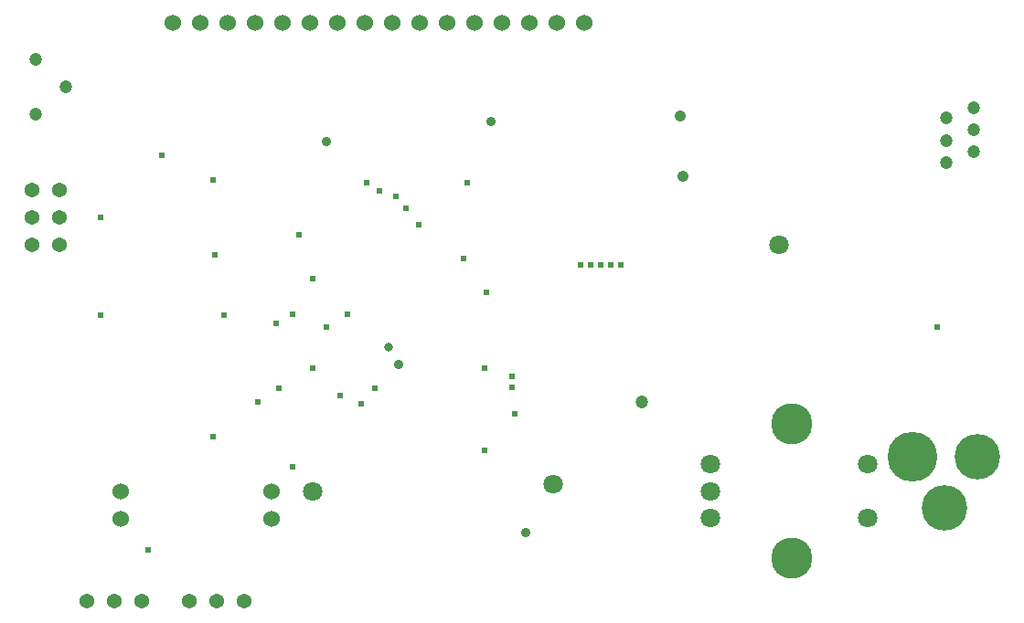
<source format=gbr>
G04 EAGLE Gerber RS-274X export*
G75*
%MOMM*%
%FSLAX34Y34*%
%LPD*%
%INEAGLE Copper Layer 2*%
%IPPOS*%
%AMOC8*
5,1,8,0,0,1.08239X$1,22.5*%
G01*
%ADD10C,3.816000*%
%ADD11C,1.800000*%
%ADD12C,1.524000*%
%ADD13C,1.200000*%
%ADD14C,1.371600*%
%ADD15C,4.616000*%
%ADD16C,4.216000*%
%ADD17C,0.609600*%
%ADD18C,0.904800*%
%ADD19C,0.804800*%
%ADD20C,1.050000*%


D10*
X748100Y89900D03*
X748100Y214900D03*
D11*
X673100Y177400D03*
X673100Y152400D03*
X673100Y127400D03*
X818100Y127400D03*
X818100Y177400D03*
D12*
X175300Y586800D03*
X200700Y586800D03*
X226100Y586800D03*
X251500Y586800D03*
X276900Y586800D03*
X302300Y586800D03*
X327700Y586800D03*
X353100Y586800D03*
X378500Y586800D03*
X403900Y586800D03*
X429300Y586800D03*
X454700Y586800D03*
X480100Y586800D03*
X505500Y586800D03*
X530900Y586800D03*
X556300Y586800D03*
D13*
X916800Y508000D03*
X891400Y498000D03*
X916800Y487600D03*
X891400Y477600D03*
X916800Y467200D03*
X891400Y457200D03*
D14*
X44450Y381000D03*
X69850Y381000D03*
X44450Y406400D03*
X69850Y406400D03*
X44450Y431800D03*
X69850Y431800D03*
D13*
X47700Y552450D03*
X47700Y501650D03*
X76200Y527050D03*
D15*
X859950Y184150D03*
D16*
X919950Y184150D03*
X889950Y137150D03*
D12*
X266700Y127000D03*
X266700Y152400D03*
X127000Y127000D03*
X127000Y152400D03*
D14*
X146050Y50800D03*
X120650Y50800D03*
X95250Y50800D03*
X241300Y50800D03*
X215900Y50800D03*
X190500Y50800D03*
D17*
X882650Y304800D03*
X444500Y368300D03*
X447650Y438400D03*
X212471Y441071D03*
X292227Y390398D03*
X270764Y307848D03*
D18*
X469900Y495300D03*
D19*
X374650Y285750D03*
D17*
X214186Y371729D03*
D20*
X647700Y444500D03*
X644500Y499660D03*
D18*
X383731Y269939D03*
X501650Y114300D03*
D11*
X527050Y158750D03*
D18*
X317500Y476250D03*
D13*
X609600Y234950D03*
D11*
X304800Y152400D03*
D17*
X488950Y248857D03*
X361950Y247650D03*
X273050Y247650D03*
X304800Y266700D03*
X488950Y258636D03*
X349250Y233236D03*
X285750Y316103D03*
X336550Y316103D03*
X222250Y315786D03*
X107950Y315786D03*
X107950Y406400D03*
X330200Y241300D03*
X212471Y203200D03*
X304800Y349250D03*
X571500Y361950D03*
X491871Y223965D03*
X580771Y361950D03*
X381254Y425450D03*
X390906Y414401D03*
X354203Y438150D03*
X366395Y430530D03*
X402590Y399415D03*
X590042Y361950D03*
X165100Y463550D03*
X463550Y190500D03*
X463550Y266700D03*
X465544Y336550D03*
X317500Y304800D03*
X254000Y234950D03*
D11*
X736600Y381000D03*
D17*
X552450Y361950D03*
X285750Y175070D03*
X562356Y362077D03*
X152400Y98171D03*
M02*

</source>
